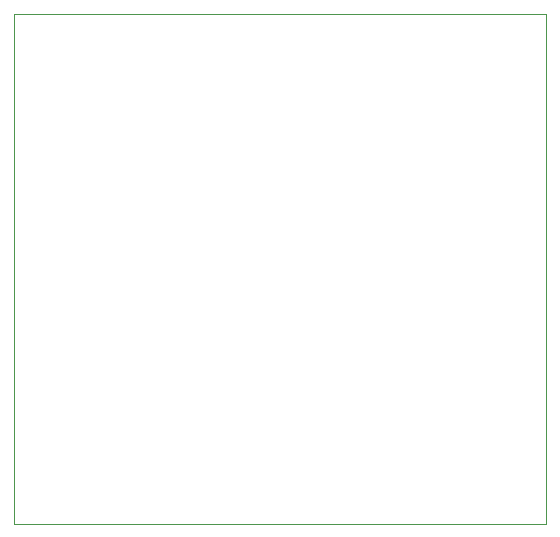
<source format=gbr>
%TF.GenerationSoftware,KiCad,Pcbnew,6.0.9*%
%TF.CreationDate,2022-12-25T21:15:46+09:00*%
%TF.ProjectId,Aideepen_ESP32,41696465-6570-4656-9e5f-45535033322e,rev?*%
%TF.SameCoordinates,Original*%
%TF.FileFunction,Profile,NP*%
%FSLAX46Y46*%
G04 Gerber Fmt 4.6, Leading zero omitted, Abs format (unit mm)*
G04 Created by KiCad (PCBNEW 6.0.9) date 2022-12-25 21:15:46*
%MOMM*%
%LPD*%
G01*
G04 APERTURE LIST*
%TA.AperFunction,Profile*%
%ADD10C,0.100000*%
%TD*%
G04 APERTURE END LIST*
D10*
X107315000Y-67310000D02*
X152400000Y-67310000D01*
X152400000Y-67310000D02*
X152400000Y-110490000D01*
X152400000Y-110490000D02*
X107315000Y-110490000D01*
X107315000Y-110490000D02*
X107315000Y-67310000D01*
M02*

</source>
